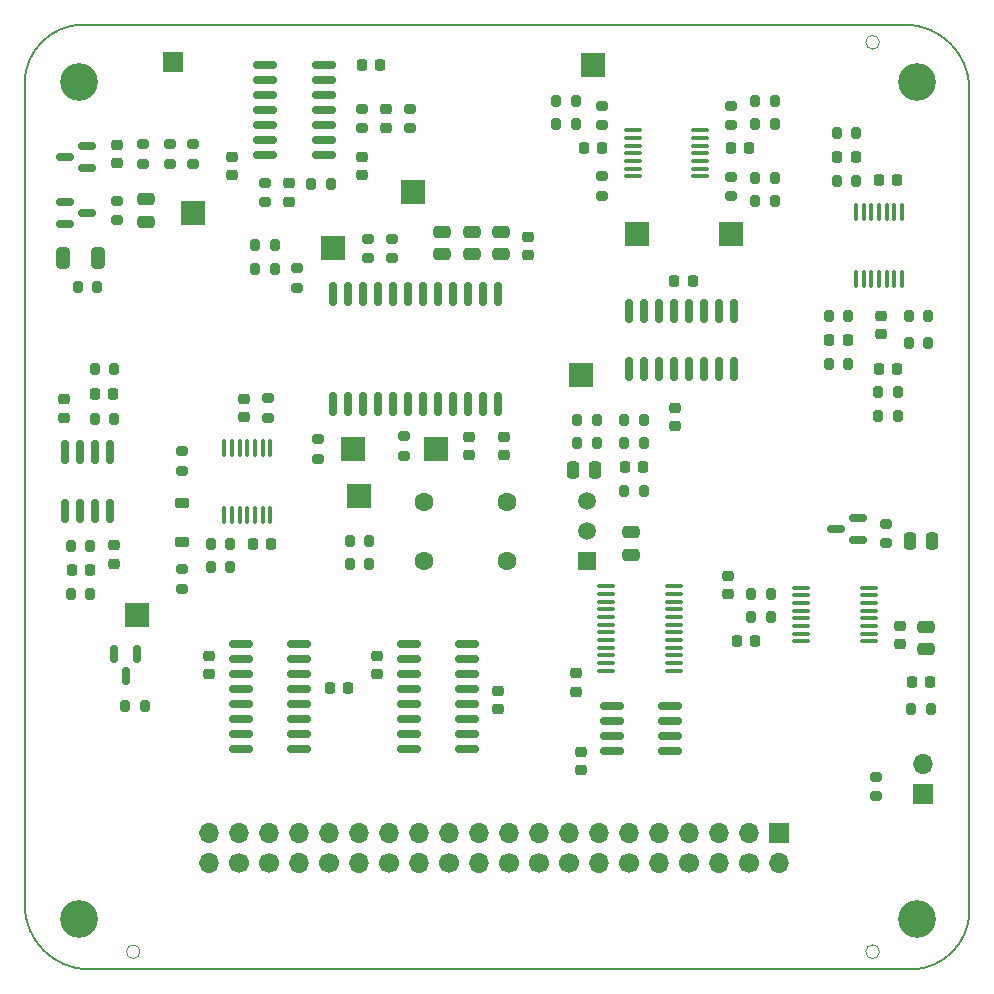
<source format=gbr>
G04 #@! TF.GenerationSoftware,KiCad,Pcbnew,7.0.11*
G04 #@! TF.CreationDate,2024-09-16T23:20:06-07:00*
G04 #@! TF.ProjectId,z3372,7a333337-322e-46b6-9963-61645f706362,0.2*
G04 #@! TF.SameCoordinates,PX3d83120PY6590fa0*
G04 #@! TF.FileFunction,Soldermask,Top*
G04 #@! TF.FilePolarity,Negative*
%FSLAX46Y46*%
G04 Gerber Fmt 4.6, Leading zero omitted, Abs format (unit mm)*
G04 Created by KiCad (PCBNEW 7.0.11) date 2024-09-16 23:20:06*
%MOMM*%
%LPD*%
G01*
G04 APERTURE LIST*
G04 Aperture macros list*
%AMRoundRect*
0 Rectangle with rounded corners*
0 $1 Rounding radius*
0 $2 $3 $4 $5 $6 $7 $8 $9 X,Y pos of 4 corners*
0 Add a 4 corners polygon primitive as box body*
4,1,4,$2,$3,$4,$5,$6,$7,$8,$9,$2,$3,0*
0 Add four circle primitives for the rounded corners*
1,1,$1+$1,$2,$3*
1,1,$1+$1,$4,$5*
1,1,$1+$1,$6,$7*
1,1,$1+$1,$8,$9*
0 Add four rect primitives between the rounded corners*
20,1,$1+$1,$2,$3,$4,$5,0*
20,1,$1+$1,$4,$5,$6,$7,0*
20,1,$1+$1,$6,$7,$8,$9,0*
20,1,$1+$1,$8,$9,$2,$3,0*%
%AMHorizOval*
0 Thick line with rounded ends*
0 $1 width*
0 $2 $3 position (X,Y) of the first rounded end (center of the circle)*
0 $4 $5 position (X,Y) of the second rounded end (center of the circle)*
0 Add line between two ends*
20,1,$1,$2,$3,$4,$5,0*
0 Add two circle primitives to create the rounded ends*
1,1,$1,$2,$3*
1,1,$1,$4,$5*%
G04 Aperture macros list end*
%ADD10RoundRect,0.250000X-0.475000X0.250000X-0.475000X-0.250000X0.475000X-0.250000X0.475000X0.250000X0*%
%ADD11RoundRect,0.225000X-0.250000X0.225000X-0.250000X-0.225000X0.250000X-0.225000X0.250000X0.225000X0*%
%ADD12RoundRect,0.200000X0.200000X0.275000X-0.200000X0.275000X-0.200000X-0.275000X0.200000X-0.275000X0*%
%ADD13RoundRect,0.225000X0.250000X-0.225000X0.250000X0.225000X-0.250000X0.225000X-0.250000X-0.225000X0*%
%ADD14C,3.200000*%
%ADD15RoundRect,0.100000X0.637500X0.100000X-0.637500X0.100000X-0.637500X-0.100000X0.637500X-0.100000X0*%
%ADD16RoundRect,0.200000X-0.200000X-0.275000X0.200000X-0.275000X0.200000X0.275000X-0.200000X0.275000X0*%
%ADD17RoundRect,0.218750X-0.218750X-0.256250X0.218750X-0.256250X0.218750X0.256250X-0.218750X0.256250X0*%
%ADD18R,1.700000X1.700000*%
%ADD19O,1.700000X1.700000*%
%ADD20HorizOval,1.700000X0.000000X0.000000X0.000000X0.000000X0*%
%ADD21RoundRect,0.150000X0.825000X0.150000X-0.825000X0.150000X-0.825000X-0.150000X0.825000X-0.150000X0*%
%ADD22RoundRect,0.200000X-0.275000X0.200000X-0.275000X-0.200000X0.275000X-0.200000X0.275000X0.200000X0*%
%ADD23RoundRect,0.250000X0.250000X0.475000X-0.250000X0.475000X-0.250000X-0.475000X0.250000X-0.475000X0*%
%ADD24RoundRect,0.200000X0.275000X-0.200000X0.275000X0.200000X-0.275000X0.200000X-0.275000X-0.200000X0*%
%ADD25RoundRect,0.250000X-0.250000X-0.475000X0.250000X-0.475000X0.250000X0.475000X-0.250000X0.475000X0*%
%ADD26RoundRect,0.250000X0.475000X-0.250000X0.475000X0.250000X-0.475000X0.250000X-0.475000X-0.250000X0*%
%ADD27RoundRect,0.150000X-0.825000X-0.150000X0.825000X-0.150000X0.825000X0.150000X-0.825000X0.150000X0*%
%ADD28RoundRect,0.225000X0.375000X-0.225000X0.375000X0.225000X-0.375000X0.225000X-0.375000X-0.225000X0*%
%ADD29R,2.000000X2.000000*%
%ADD30RoundRect,0.100000X-0.100000X0.637500X-0.100000X-0.637500X0.100000X-0.637500X0.100000X0.637500X0*%
%ADD31RoundRect,0.150000X0.587500X0.150000X-0.587500X0.150000X-0.587500X-0.150000X0.587500X-0.150000X0*%
%ADD32RoundRect,0.150000X0.150000X-0.825000X0.150000X0.825000X-0.150000X0.825000X-0.150000X-0.825000X0*%
%ADD33RoundRect,0.225000X-0.225000X-0.250000X0.225000X-0.250000X0.225000X0.250000X-0.225000X0.250000X0*%
%ADD34RoundRect,0.250000X0.325000X0.650000X-0.325000X0.650000X-0.325000X-0.650000X0.325000X-0.650000X0*%
%ADD35RoundRect,0.225000X0.225000X0.250000X-0.225000X0.250000X-0.225000X-0.250000X0.225000X-0.250000X0*%
%ADD36C,1.600000*%
%ADD37RoundRect,0.150000X-0.587500X-0.150000X0.587500X-0.150000X0.587500X0.150000X-0.587500X0.150000X0*%
%ADD38RoundRect,0.150000X-0.150000X0.875000X-0.150000X-0.875000X0.150000X-0.875000X0.150000X0.875000X0*%
%ADD39RoundRect,0.100000X-0.637500X-0.100000X0.637500X-0.100000X0.637500X0.100000X-0.637500X0.100000X0*%
%ADD40RoundRect,0.150000X-0.150000X0.587500X-0.150000X-0.587500X0.150000X-0.587500X0.150000X0.587500X0*%
%ADD41RoundRect,0.150000X-0.150000X0.825000X-0.150000X-0.825000X0.150000X-0.825000X0.150000X0.825000X0*%
%ADD42R,1.500000X1.500000*%
%ADD43C,1.500000*%
%ADD44RoundRect,0.100000X0.100000X-0.637500X0.100000X0.637500X-0.100000X0.637500X-0.100000X-0.637500X0*%
G04 #@! TA.AperFunction,Profile*
%ADD45C,0.150000*%
G04 #@! TD*
G04 #@! TA.AperFunction,Profile*
%ADD46C,0.050000*%
G04 #@! TD*
G04 APERTURE END LIST*
D10*
X77250000Y30200000D03*
X77250000Y28300000D03*
D11*
X75000000Y30275000D03*
X75000000Y28725000D03*
D12*
X70650000Y56500000D03*
X69000000Y56500000D03*
D13*
X47600000Y24725000D03*
X47600000Y26275000D03*
D14*
X76500000Y5500000D03*
X5500000Y5500000D03*
D15*
X55862500Y26500000D03*
X55862500Y27150000D03*
X55862500Y27800000D03*
X55862500Y28450000D03*
X55862500Y29100000D03*
X55862500Y29750000D03*
X55862500Y30400000D03*
X55862500Y31050000D03*
X55862500Y31700000D03*
X55862500Y32350000D03*
X55862500Y33000000D03*
X55862500Y33650000D03*
X50137500Y33650000D03*
X50137500Y33000000D03*
X50137500Y32350000D03*
X50137500Y31700000D03*
X50137500Y31050000D03*
X50137500Y30400000D03*
X50137500Y29750000D03*
X50137500Y29100000D03*
X50137500Y28450000D03*
X50137500Y27800000D03*
X50137500Y27150000D03*
X50137500Y26500000D03*
D16*
X75962500Y23250000D03*
X77612500Y23250000D03*
D17*
X76000000Y25500000D03*
X77575000Y25500000D03*
D18*
X64810000Y12790000D03*
D19*
X64810000Y10250000D03*
X62270000Y12790000D03*
D20*
X62270000Y10250000D03*
D19*
X59730000Y12790000D03*
X59730000Y10250000D03*
X57190000Y12790000D03*
D20*
X57190000Y10250000D03*
D19*
X54650000Y12790000D03*
X54650000Y10250000D03*
X52110000Y12790000D03*
D20*
X52110000Y10250000D03*
D19*
X49570000Y12790000D03*
X49570000Y10250000D03*
X47030000Y12790000D03*
D20*
X47030000Y10250000D03*
D19*
X44490000Y12790000D03*
D20*
X44490000Y10250000D03*
D19*
X41950000Y12790000D03*
D20*
X41950000Y10250000D03*
D19*
X39410000Y12790000D03*
X39410000Y10250000D03*
X36870000Y12790000D03*
D20*
X36870000Y10250000D03*
D19*
X34330000Y12790000D03*
X34330000Y10250000D03*
X31790000Y12790000D03*
D20*
X31790000Y10250000D03*
D19*
X29250000Y12790000D03*
X29250000Y10250000D03*
X26710000Y12790000D03*
D20*
X26710000Y10250000D03*
D19*
X24170000Y12790000D03*
X24170000Y10250000D03*
X21630000Y12790000D03*
D20*
X21630000Y10250000D03*
D19*
X19090000Y12790000D03*
D20*
X19090000Y10250000D03*
D19*
X16550000Y12790000D03*
X16550000Y10250000D03*
D13*
X48000000Y18100000D03*
X48000000Y19650000D03*
D11*
X73376625Y56525000D03*
X73376625Y54975000D03*
D21*
X55550000Y19675000D03*
X55550000Y20945000D03*
X55550000Y22215000D03*
X55550000Y23485000D03*
X50600000Y23485000D03*
X50600000Y22215000D03*
X50600000Y20945000D03*
X50600000Y19675000D03*
D22*
X25750000Y46075000D03*
X25750000Y44425000D03*
D16*
X73175000Y48048375D03*
X74825000Y48048375D03*
D12*
X77400000Y54250000D03*
X75750000Y54250000D03*
D11*
X29500000Y70000000D03*
X29500000Y68450000D03*
D16*
X4825000Y37090000D03*
X6475000Y37090000D03*
D23*
X49200000Y43500000D03*
X47300000Y43500000D03*
D24*
X30000000Y61425000D03*
X30000000Y63075000D03*
D25*
X75862500Y37500000D03*
X77762500Y37500000D03*
D18*
X77000000Y16025000D03*
D19*
X77000000Y18565000D03*
D12*
X30075000Y35500000D03*
X28425000Y35500000D03*
D13*
X43500000Y61705000D03*
X43500000Y63255000D03*
D16*
X16675000Y37250000D03*
X18325000Y37250000D03*
D12*
X64075000Y33000000D03*
X62425000Y33000000D03*
D26*
X52250000Y36300000D03*
X52250000Y38200000D03*
D24*
X21250000Y66150000D03*
X21250000Y67800000D03*
D12*
X64075000Y31000000D03*
X62425000Y31000000D03*
D27*
X21275000Y77810000D03*
X21275000Y76540000D03*
X21275000Y75270000D03*
X21275000Y74000000D03*
X21275000Y72730000D03*
X21275000Y71460000D03*
X21275000Y70190000D03*
X26225000Y70190000D03*
X26225000Y71460000D03*
X26225000Y72730000D03*
X26225000Y74000000D03*
X26225000Y75270000D03*
X26225000Y76540000D03*
X26225000Y77810000D03*
D16*
X51675000Y45750000D03*
X53325000Y45750000D03*
D22*
X73812500Y38930000D03*
X73812500Y37280000D03*
D28*
X14250000Y37350000D03*
X14250000Y40650000D03*
D29*
X48000000Y51500000D03*
D30*
X75200000Y65362500D03*
X74550000Y65362500D03*
X73900000Y65362500D03*
X73250000Y65362500D03*
X72600000Y65362500D03*
X71950000Y65362500D03*
X71300000Y65362500D03*
X71300000Y59637500D03*
X71950000Y59637500D03*
X72600000Y59637500D03*
X73250000Y59637500D03*
X73900000Y59637500D03*
X74550000Y59637500D03*
X75200000Y59637500D03*
D10*
X11187500Y66425000D03*
X11187500Y64525000D03*
D31*
X71437500Y37550000D03*
X71437500Y39450000D03*
X69562500Y38500000D03*
D22*
X49750000Y74325000D03*
X49750000Y72675000D03*
D24*
X24000000Y58925000D03*
X24000000Y60575000D03*
D15*
X72362500Y28975000D03*
X72362500Y29625000D03*
X72362500Y30275000D03*
X72362500Y30925000D03*
X72362500Y31575000D03*
X72362500Y32225000D03*
X72362500Y32875000D03*
X72362500Y33525000D03*
X66637500Y33525000D03*
X66637500Y32875000D03*
X66637500Y32225000D03*
X66637500Y31575000D03*
X66637500Y30925000D03*
X66637500Y30275000D03*
X66637500Y29625000D03*
X66637500Y28975000D03*
D32*
X52055000Y52025000D03*
X53325000Y52025000D03*
X54595000Y52025000D03*
X55865000Y52025000D03*
X57135000Y52025000D03*
X58405000Y52025000D03*
X59675000Y52025000D03*
X60945000Y52025000D03*
X60945000Y56975000D03*
X59675000Y56975000D03*
X58405000Y56975000D03*
X57135000Y56975000D03*
X55865000Y56975000D03*
X54595000Y56975000D03*
X53325000Y56975000D03*
X52055000Y56975000D03*
D33*
X48225000Y70750000D03*
X49775000Y70750000D03*
D13*
X60500000Y32975000D03*
X60500000Y34525000D03*
D34*
X7105000Y61475000D03*
X4155000Y61475000D03*
D16*
X51675000Y41750000D03*
X53325000Y41750000D03*
D22*
X14250000Y35075000D03*
X14250000Y33425000D03*
D11*
X8687500Y71000000D03*
X8687500Y69450000D03*
D29*
X49000000Y77750000D03*
D22*
X21500000Y49575000D03*
X21500000Y47925000D03*
D35*
X74775000Y52000000D03*
X73225000Y52000000D03*
D26*
X38750000Y61750000D03*
X38750000Y63650000D03*
D29*
X52750000Y63500000D03*
D22*
X13187500Y71050000D03*
X13187500Y69400000D03*
X33500000Y74075000D03*
X33500000Y72425000D03*
D36*
X41750000Y40750000D03*
X41750000Y35750000D03*
D33*
X73225000Y68000000D03*
X74775000Y68000000D03*
D11*
X19500000Y49525000D03*
X19500000Y47975000D03*
D29*
X29250000Y41250000D03*
D37*
X4312500Y66200000D03*
X4312500Y64300000D03*
X6187500Y65250000D03*
D16*
X6825000Y47790000D03*
X8475000Y47790000D03*
D27*
X19225000Y28745000D03*
X19225000Y27475000D03*
X19225000Y26205000D03*
X19225000Y24935000D03*
X19225000Y23665000D03*
X19225000Y22395000D03*
X19225000Y21125000D03*
X19225000Y19855000D03*
X24175000Y19855000D03*
X24175000Y21125000D03*
X24175000Y22395000D03*
X24175000Y23665000D03*
X24175000Y24935000D03*
X24175000Y26205000D03*
X24175000Y27475000D03*
X24175000Y28745000D03*
D31*
X6187500Y69055000D03*
X6187500Y70955000D03*
X4312500Y70005000D03*
D38*
X40985000Y58400000D03*
X39715000Y58400000D03*
X38445000Y58400000D03*
X37175000Y58400000D03*
X35905000Y58400000D03*
X34635000Y58400000D03*
X33365000Y58400000D03*
X32095000Y58400000D03*
X30825000Y58400000D03*
X29555000Y58400000D03*
X28285000Y58400000D03*
X27015000Y58400000D03*
X27015000Y49100000D03*
X28285000Y49100000D03*
X29555000Y49100000D03*
X30825000Y49100000D03*
X32095000Y49100000D03*
X33365000Y49100000D03*
X34635000Y49100000D03*
X35905000Y49100000D03*
X37175000Y49100000D03*
X38445000Y49100000D03*
X39715000Y49100000D03*
X40985000Y49100000D03*
D35*
X71275000Y70000000D03*
X69725000Y70000000D03*
D16*
X9425000Y23500000D03*
X11075000Y23500000D03*
D35*
X31025000Y77750000D03*
X29475000Y77750000D03*
D13*
X4250000Y47925000D03*
X4250000Y49475000D03*
D16*
X47675000Y45750000D03*
X49325000Y45750000D03*
D35*
X70600000Y54500000D03*
X69050000Y54500000D03*
D22*
X32000000Y63075000D03*
X32000000Y61425000D03*
D33*
X60725000Y70750000D03*
X62275000Y70750000D03*
D12*
X6475000Y33000000D03*
X4825000Y33000000D03*
D29*
X33750000Y67000000D03*
D16*
X47675000Y47750000D03*
X49325000Y47750000D03*
D12*
X47575000Y74750000D03*
X45925000Y74750000D03*
D16*
X62750000Y72750000D03*
X64400000Y72750000D03*
D13*
X31500000Y72475000D03*
X31500000Y74025000D03*
D22*
X14250000Y45075000D03*
X14250000Y43425000D03*
D24*
X33000000Y44675000D03*
X33000000Y46325000D03*
D12*
X71325000Y67951625D03*
X69675000Y67951625D03*
D29*
X27000000Y62250000D03*
X35750000Y45250000D03*
X15187500Y65225000D03*
D39*
X52387500Y72250000D03*
X52387500Y71600000D03*
X52387500Y70950000D03*
X52387500Y70300000D03*
X52387500Y69650000D03*
X52387500Y69000000D03*
X52387500Y68350000D03*
X58112500Y68350000D03*
X58112500Y69000000D03*
X58112500Y69650000D03*
X58112500Y70300000D03*
X58112500Y70950000D03*
X58112500Y71600000D03*
X58112500Y72250000D03*
D24*
X60750000Y72675000D03*
X60750000Y74325000D03*
D13*
X38500000Y44725000D03*
X38500000Y46275000D03*
D29*
X10450000Y31250000D03*
D33*
X6875000Y49900000D03*
X8425000Y49900000D03*
D35*
X21775000Y37250000D03*
X20225000Y37250000D03*
D26*
X41250000Y61750000D03*
X41250000Y63650000D03*
D24*
X8687500Y64650000D03*
X8687500Y66300000D03*
D16*
X62750000Y66250000D03*
X64400000Y66250000D03*
D12*
X8475000Y52000000D03*
X6825000Y52000000D03*
D22*
X29500000Y74075000D03*
X29500000Y72425000D03*
D11*
X23250000Y67750000D03*
X23250000Y66200000D03*
D12*
X47575000Y72750000D03*
X45925000Y72750000D03*
D16*
X28425000Y37500000D03*
X30075000Y37500000D03*
D29*
X60750000Y63500000D03*
D12*
X64400000Y68250000D03*
X62750000Y68250000D03*
D14*
X76500000Y76300000D03*
D12*
X7075000Y59000000D03*
X5425000Y59000000D03*
X64400000Y74750000D03*
X62750000Y74750000D03*
D11*
X18500000Y70025000D03*
X18500000Y68475000D03*
D24*
X60750000Y66675000D03*
X60750000Y68325000D03*
D12*
X22075000Y62500000D03*
X20425000Y62500000D03*
D14*
X5500000Y76300000D03*
D33*
X61225000Y29000000D03*
X62775000Y29000000D03*
D11*
X30750000Y27775000D03*
X30750000Y26225000D03*
D13*
X40975000Y23225000D03*
X40975000Y24775000D03*
X8500000Y35565000D03*
X8500000Y37115000D03*
D33*
X51725000Y43750000D03*
X53275000Y43750000D03*
D16*
X69000000Y52500000D03*
X70650000Y52500000D03*
D12*
X22075000Y60500000D03*
X20425000Y60500000D03*
D22*
X73000000Y17525000D03*
X73000000Y15875000D03*
D18*
X13500000Y78000000D03*
D24*
X15187500Y69400000D03*
X15187500Y71050000D03*
D10*
X36250000Y63650000D03*
X36250000Y61750000D03*
D16*
X75750000Y56500000D03*
X77400000Y56500000D03*
D24*
X10937500Y69400000D03*
X10937500Y71050000D03*
D40*
X10400000Y27937500D03*
X8500000Y27937500D03*
X9450000Y26062500D03*
D11*
X16500000Y27775000D03*
X16500000Y26225000D03*
D35*
X57475000Y59475000D03*
X55925000Y59475000D03*
D36*
X34750000Y35750000D03*
X34750000Y40750000D03*
D11*
X56000000Y48775000D03*
X56000000Y47225000D03*
D27*
X33425000Y28745000D03*
X33425000Y27475000D03*
X33425000Y26205000D03*
X33425000Y24935000D03*
X33425000Y23665000D03*
X33425000Y22395000D03*
X33425000Y21125000D03*
X33425000Y19855000D03*
X38375000Y19855000D03*
X38375000Y21125000D03*
X38375000Y22395000D03*
X38375000Y23665000D03*
X38375000Y24935000D03*
X38375000Y26205000D03*
X38375000Y27475000D03*
X38375000Y28745000D03*
D35*
X28275000Y25000000D03*
X26725000Y25000000D03*
D13*
X41500000Y44725000D03*
X41500000Y46275000D03*
D33*
X4875000Y35000000D03*
X6425000Y35000000D03*
D16*
X73175000Y50048375D03*
X74825000Y50048375D03*
X51675000Y47750000D03*
X53325000Y47750000D03*
D12*
X18325000Y35250000D03*
X16675000Y35250000D03*
D41*
X8155000Y44975000D03*
X6885000Y44975000D03*
X5615000Y44975000D03*
X4345000Y44975000D03*
X4345000Y40025000D03*
X5615000Y40025000D03*
X6885000Y40025000D03*
X8155000Y40025000D03*
D42*
X48500000Y35750000D03*
D43*
X48500000Y38290000D03*
X48500000Y40830000D03*
D16*
X69675000Y72000000D03*
X71325000Y72000000D03*
D22*
X49750000Y68375000D03*
X49750000Y66725000D03*
D44*
X17800000Y39637500D03*
X18450000Y39637500D03*
X19100000Y39637500D03*
X19750000Y39637500D03*
X20400000Y39637500D03*
X21050000Y39637500D03*
X21700000Y39637500D03*
X21700000Y45362500D03*
X21050000Y45362500D03*
X20400000Y45362500D03*
X19750000Y45362500D03*
X19100000Y45362500D03*
X18450000Y45362500D03*
X17800000Y45362500D03*
D12*
X26825000Y67725000D03*
X25175000Y67725000D03*
D29*
X28750000Y45250000D03*
D45*
X900000Y6700000D02*
G75*
G03*
X6400000Y1200000I5500000J0D01*
G01*
X75900000Y1200000D02*
G75*
G03*
X80900000Y6200000I0J5000000D01*
G01*
X75900000Y1200000D02*
X6400000Y1200000D01*
X5900000Y81200000D02*
G75*
G03*
X900000Y76200000I0J-5000000D01*
G01*
X80900000Y75700000D02*
G75*
G03*
X75400000Y81200000I-5500000J0D01*
G01*
X5900000Y81200000D02*
X75400000Y81200000D01*
X80900000Y6200000D02*
X80900000Y75700000D01*
X900000Y76200000D02*
X900000Y6700000D01*
D46*
X10676000Y2700000D02*
G75*
G03*
X9524000Y2700000I-576000J0D01*
G01*
X9524000Y2700000D02*
G75*
G03*
X10676000Y2700000I576000J0D01*
G01*
X73276000Y79700000D02*
G75*
G03*
X72124000Y79700000I-576000J0D01*
G01*
X72124000Y79700000D02*
G75*
G03*
X73276000Y79700000I576000J0D01*
G01*
X73276000Y2700000D02*
G75*
G03*
X72124000Y2700000I-576000J0D01*
G01*
X72124000Y2700000D02*
G75*
G03*
X73276000Y2700000I576000J0D01*
G01*
M02*

</source>
